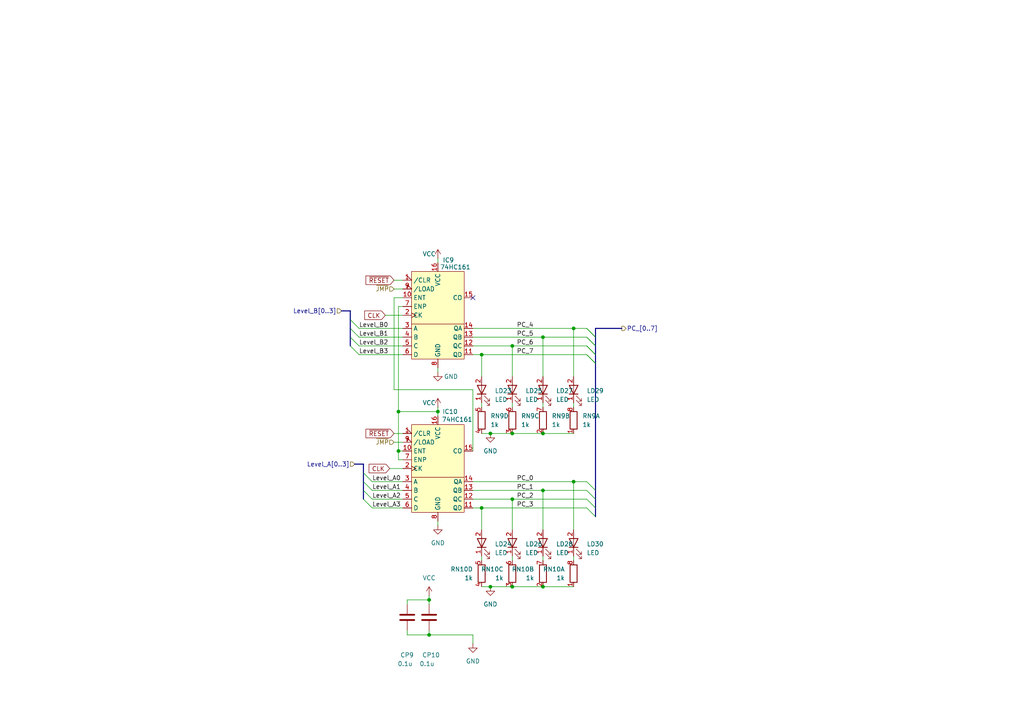
<source format=kicad_sch>
(kicad_sch (version 20250114) (generator "eeschema") (generator_version "9.0")
  (paper "A4")
  (title_block (title "HC4e_CPU") (date "2025-07-21") (rev "1.0"))
  (lib_symbols
    (symbol "74xx_2:74HC161"
      (property "Reference" "IC" (at -8.89 12.7 0))
      (property "Value" "74HC161" (at 8.89 -13.97 0))
      (symbol "74HC161_0_1"
        (rectangle (start -7.62 12.7) (end 7.62 -12.7) (fill (type background)))
        (polyline (pts (xy -7.62 -2.54) (xy 7.62 -2.54)))
      )
      (symbol "74HC161_1_1"
        (pin input input_low (at -10.16 10.16 0) (length 2.54) (name "/CLR") (number "1"))
        (pin input input_low (at -10.16 7.62 0) (length 2.54) (name "/LOAD") (number "9"))
        (pin input line (at -10.16 5.08 0) (length 2.54) (name "ENT") (number "10"))
        (pin input line (at -10.16 2.54 0) (length 2.54) (name "ENP") (number "7"))
        (pin input clock (at -10.16 0 0) (length 2.54) (name "CK") (number "2"))
        (pin input line (at -10.16 -3.81 0) (length 2.54) (name "A") (number "3"))
        (pin input line (at -10.16 -6.35 0) (length 2.54) (name "B") (number "4"))
        (pin input line (at -10.16 -8.89 0) (length 2.54) (name "C") (number "5"))
        (pin input line (at -10.16 -11.43 0) (length 2.54) (name "D") (number "6"))
        (pin power_in line (at 0 15.24 270) (length 2.54) (name "VCC") (number "16"))
        (pin power_in line (at 0 -15.24 90) (length 2.54) (name "GND") (number "8"))
        (pin output line (at 10.16 5.08 180) (length 2.54) (name "CO") (number "15"))
        (pin output line (at 10.16 -3.81 180) (length 2.54) (name "QA") (number "14"))
        (pin output line (at 10.16 -6.35 180) (length 2.54) (name "QB") (number "13"))
        (pin output line (at 10.16 -8.89 180) (length 2.54) (name "QC") (number "12"))
        (pin output line (at 10.16 -11.43 180) (length 2.54) (name "QD") (number "11"))
      )
    )
    (symbol "Device2:C_Bypass" (pin_numbers (hide yes)) (pin_names (offset 0.254))
      (property "Reference" "CP" (at 0.635 2.54 0))
      (property "Value" "C_Byp" (at 0.635 -2.54 0))
      (symbol "C_Bypass_0_1"
        (polyline (pts (xy -2.032 0.762) (xy 2.032 0.762)) (stroke (width 0.508)))
        (polyline (pts (xy -2.032 -0.762) (xy 2.032 -0.762)) (stroke (width 0.508)))
      )
      (symbol "C_Bypass_1_1"
        (pin passive line (at 0 3.81 270) (length 2.794) (name "~") (number "1"))
        (pin passive line (at 0 -3.81 90) (length 2.794) (name "~") (number "2"))
      )
    )
    (symbol "Device2:LED_"
      (property "Reference" "LD" (at 0 2.54 0))
      (symbol "LED__0_1"
        (polyline (pts (xy -3.048 -0.762) (xy -4.572 -2.286) (xy -3.81 -2.286) (xy -4.572 -2.286) (xy -4.572 -1.524)))
        (polyline (pts (xy -1.778 -0.762) (xy -3.302 -2.286) (xy -2.54 -2.286) (xy -3.302 -2.286) (xy -3.302 -1.524)))
        (polyline (pts (xy -1.27 0) (xy 1.27 0)))
        (polyline (pts (xy -1.27 -1.27) (xy -1.27 1.27)) (stroke (width 0.254)))
        (polyline (pts (xy 1.27 -1.27) (xy 1.27 1.27) (xy -1.27 0) (xy 1.27 -1.27)) (stroke (width 0.254)))
      )
      (symbol "LED__1_1"
        (pin passive line (at -3.81 0 0) (length 2.54) (name "K") (number "1"))
        (pin passive line (at 3.81 0 180) (length 2.54) (name "") (number "2"))
      )
    )
    (symbol "Device:R_Pack04_Split" (pin_names (offset 0) (hide yes))
      (property "Reference" "RN" (at 2.032 0 90))
      (property "Value" "R_Pack04_Split" (at 0 0 90))
      (symbol "R_Pack04_Split_0_1"
        (rectangle (start 1.016 2.54) (end -1.016 -2.54) (stroke (width 0.254)))
      )
      (symbol "R_Pack04_Split_1_1"
        (pin passive line (at 0 3.81 270) (length 1.27) (name "R1.2") (number "8"))
        (pin passive line (at 0 -3.81 90) (length 1.27) (name "R1.1") (number "1"))
      )
      (symbol "R_Pack04_Split_2_1"
        (pin passive line (at 0 3.81 270) (length 1.27) (name "R2.2") (number "7"))
        (pin passive line (at 0 -3.81 90) (length 1.27) (name "R2.1") (number "2"))
      )
      (symbol "R_Pack04_Split_3_1"
        (pin passive line (at 0 3.81 270) (length 1.27) (name "R3.2") (number "6"))
        (pin passive line (at 0 -3.81 90) (length 1.27) (name "R3.1") (number "3"))
      )
      (symbol "R_Pack04_Split_4_1"
        (pin passive line (at 0 3.81 270) (length 1.27) (name "R4.2") (number "5"))
        (pin passive line (at 0 -3.81 90) (length 1.27) (name "R4.1") (number "4"))
      )
    )
    (symbol "power:GND" (power) (pin_numbers (hide yes)) (pin_names (offset 0) (hide yes))
      (property "Value" "GND" (at 0 -3.81 0))
      (symbol "GND_0_1"
        (polyline (pts (xy 0 0) (xy 0 -1.27) (xy 1.27 -1.27) (xy 0 -2.54) (xy -1.27 -1.27) (xy 0 -1.27)))
      )
      (symbol "GND_1_1"
        (pin power_in line (at 0 0 270) (length 0) (name "~") (number "1"))
      )
    )
    (symbol "power:VCC" (power) (pin_numbers (hide yes)) (pin_names (offset 0) (hide yes))
      (property "Value" "VCC" (at 0 3.556 0))
      (symbol "VCC_0_1"
        (polyline (pts (xy -0.762 1.27) (xy 0 2.54)))
        (polyline (pts (xy 0 2.54) (xy 0.762 1.27)))
        (polyline (pts (xy 0 0) (xy 0 2.54)))
      )
      (symbol "VCC_1_1"
        (pin power_in line (at 0 0 90) (length 0) (name "~") (number "1"))
      )
    )
  )
  (junction (at 148.59 100.33))
  (junction (at 166.37 139.7))
  (junction (at 157.48 170.18))
  (junction (at 139.7 147.32))
  (junction (at 139.7 102.87))
  (junction (at 148.59 125.73))
  (junction (at 157.48 142.24))
  (junction (at 115.57 130.81))
  (junction (at 157.48 125.73))
  (junction (at 127 119.38))
  (junction (at 124.46 184.15))
  (junction (at 148.59 170.18))
  (junction (at 142.24 125.73))
  (junction (at 157.48 97.79))
  (junction (at 115.57 119.38))
  (junction (at 166.37 95.25))
  (junction (at 124.46 173.99))
  (junction (at 148.59 144.78))
  (junction (at 142.24 170.18))
  (no_connect (at 137.16 86.36))
  (bus_entry (at 170.18 142.24) (size 2.54 2.54))
  (bus_entry (at 170.18 95.25) (size 2.54 2.54))
  (bus_entry (at 107.95 142.24) (size -2.54 -2.54))
  (bus_entry (at 170.18 139.7) (size 2.54 2.54))
  (bus_entry (at 170.18 97.79) (size 2.54 2.54))
  (bus_entry (at 170.18 102.87) (size 2.54 2.54))
  (bus_entry (at 104.14 100.33) (size -2.54 -2.54))
  (bus_entry (at 170.18 97.79) (size 2.54 2.54))
  (bus_entry (at 104.14 102.87) (size -2.54 -2.54))
  (bus_entry (at 107.95 147.32) (size -2.54 -2.54))
  (bus_entry (at 107.95 139.7) (size -2.54 -2.54))
  (bus_entry (at 170.18 95.25) (size 2.54 2.54))
  (bus_entry (at 170.18 102.87) (size 2.54 2.54))
  (bus_entry (at 104.14 97.79) (size -2.54 -2.54))
  (bus_entry (at 170.18 147.32) (size 2.54 2.54))
  (bus_entry (at 170.18 100.33) (size 2.54 2.54))
  (bus_entry (at 170.18 144.78) (size 2.54 2.54))
  (bus_entry (at 170.18 100.33) (size 2.54 2.54))
  (bus_entry (at 107.95 144.78) (size -2.54 -2.54))
  (bus_entry (at 104.14 95.25) (size -2.54 -2.54))
  (wire (pts (xy 148.59 125.73) (xy 157.48 125.73)))
  (wire (pts (xy 118.11 175.26) (xy 118.11 173.99)))
  (bus (pts (xy 101.6 100.33) (xy 101.6 97.79)))
  (wire (pts (xy 139.7 102.87) (xy 170.18 102.87)))
  (bus (pts (xy 172.72 95.25) (xy 180.34 95.25)))
  (wire (pts (xy 127 119.38) (xy 127 120.65)))
  (wire (pts (xy 148.59 144.78) (xy 148.59 153.67)))
  (wire (pts (xy 137.16 186.69) (xy 137.16 184.15)))
  (bus (pts (xy 105.41 134.62) (xy 102.87 134.62)))
  (wire (pts (xy 137.16 139.7) (xy 166.37 139.7)))
  (wire (pts (xy 127 107.95) (xy 127 106.68)))
  (bus (pts (xy 172.72 100.33) (xy 172.72 102.87)))
  (wire (pts (xy 115.57 130.81) (xy 115.57 119.38)))
  (bus (pts (xy 105.41 137.16) (xy 105.41 134.62)))
  (wire (pts (xy 137.16 113.03) (xy 114.3 113.03)))
  (wire (pts (xy 139.7 102.87) (xy 139.7 109.22)))
  (wire (pts (xy 166.37 162.56) (xy 166.37 161.29)))
  (wire (pts (xy 127 152.4) (xy 127 151.13)))
  (wire (pts (xy 139.7 116.84) (xy 139.7 118.11)))
  (wire (pts (xy 166.37 118.11) (xy 166.37 116.84)))
  (wire (pts (xy 137.16 95.25) (xy 166.37 95.25)))
  (wire (pts (xy 107.95 147.32) (xy 116.84 147.32)))
  (wire (pts (xy 148.59 170.18) (xy 157.48 170.18)))
  (wire (pts (xy 127 118.11) (xy 127 119.38)))
  (wire (pts (xy 157.48 97.79) (xy 157.48 109.22)))
  (wire (pts (xy 139.7 125.73) (xy 142.24 125.73)))
  (wire (pts (xy 114.3 81.28) (xy 116.84 81.28)))
  (wire (pts (xy 157.48 125.73) (xy 166.37 125.73)))
  (wire (pts (xy 139.7 102.87) (xy 137.16 102.87)))
  (bus (pts (xy 172.72 105.41) (xy 172.72 142.24)))
  (wire (pts (xy 115.57 88.9) (xy 116.84 88.9)))
  (wire (pts (xy 107.95 142.24) (xy 116.84 142.24)))
  (bus (pts (xy 172.72 142.24) (xy 172.72 144.78)))
  (wire (pts (xy 115.57 119.38) (xy 127 119.38)))
  (wire (pts (xy 124.46 182.88) (xy 124.46 184.15)))
  (wire (pts (xy 142.24 125.73) (xy 148.59 125.73)))
  (wire (pts (xy 115.57 133.35) (xy 116.84 133.35)))
  (wire (pts (xy 118.11 173.99) (xy 124.46 173.99)))
  (bus (pts (xy 172.72 144.78) (xy 172.72 147.32)))
  (wire (pts (xy 118.11 184.15) (xy 124.46 184.15)))
  (wire (pts (xy 166.37 95.25) (xy 166.37 109.22)))
  (bus (pts (xy 105.41 142.24) (xy 105.41 139.7)))
  (wire (pts (xy 104.14 102.87) (xy 116.84 102.87)))
  (bus (pts (xy 172.72 147.32) (xy 172.72 149.86)))
  (wire (pts (xy 114.3 125.73) (xy 116.84 125.73)))
  (bus (pts (xy 101.6 95.25) (xy 101.6 92.71)))
  (wire (pts (xy 114.3 83.82) (xy 116.84 83.82)))
  (wire (pts (xy 157.48 170.18) (xy 166.37 170.18)))
  (wire (pts (xy 139.7 147.32) (xy 139.7 153.67)))
  (wire (pts (xy 166.37 139.7) (xy 166.37 153.67)))
  (wire (pts (xy 107.95 139.7) (xy 116.84 139.7)))
  (wire (pts (xy 170.18 95.25) (xy 166.37 95.25)))
  (wire (pts (xy 104.14 95.25) (xy 116.84 95.25)))
  (wire (pts (xy 114.3 128.27) (xy 116.84 128.27)))
  (bus (pts (xy 105.41 144.78) (xy 105.41 142.24)))
  (wire (pts (xy 137.16 144.78) (xy 148.59 144.78)))
  (wire (pts (xy 114.3 86.36) (xy 114.3 113.03)))
  (wire (pts (xy 166.37 139.7) (xy 170.18 139.7)))
  (wire (pts (xy 157.48 162.56) (xy 157.48 161.29)))
  (wire (pts (xy 148.59 144.78) (xy 170.18 144.78)))
  (wire (pts (xy 148.59 118.11) (xy 148.59 116.84)))
  (wire (pts (xy 139.7 162.56) (xy 139.7 161.29)))
  (wire (pts (xy 115.57 119.38) (xy 115.57 88.9)))
  (wire (pts (xy 124.46 184.15) (xy 137.16 184.15)))
  (wire (pts (xy 127 74.93) (xy 127 76.2)))
  (wire (pts (xy 170.18 97.79) (xy 157.48 97.79)))
  (bus (pts (xy 101.6 90.17) (xy 101.6 92.71)))
  (wire (pts (xy 116.84 86.36) (xy 114.3 86.36)))
  (bus (pts (xy 101.6 97.79) (xy 101.6 95.25)))
  (wire (pts (xy 104.14 97.79) (xy 116.84 97.79)))
  (wire (pts (xy 139.7 170.18) (xy 142.24 170.18)))
  (wire (pts (xy 137.16 147.32) (xy 139.7 147.32)))
  (bus (pts (xy 105.41 139.7) (xy 105.41 137.16)))
  (wire (pts (xy 113.03 135.89) (xy 116.84 135.89)))
  (wire (pts (xy 107.95 144.78) (xy 116.84 144.78)))
  (wire (pts (xy 142.24 170.18) (xy 148.59 170.18)))
  (wire (pts (xy 124.46 172.72) (xy 124.46 173.99)))
  (bus (pts (xy 172.72 102.87) (xy 172.72 105.41)))
  (bus (pts (xy 99.06 90.17) (xy 101.6 90.17)))
  (wire (pts (xy 157.48 118.11) (xy 157.48 116.84)))
  (wire (pts (xy 137.16 97.79) (xy 157.48 97.79)))
  (wire (pts (xy 139.7 147.32) (xy 170.18 147.32)))
  (wire (pts (xy 137.16 113.03) (xy 137.16 130.81)))
  (wire (pts (xy 111.76 91.44) (xy 116.84 91.44)))
  (wire (pts (xy 137.16 142.24) (xy 157.48 142.24)))
  (wire (pts (xy 118.11 182.88) (xy 118.11 184.15)))
  (bus (pts (xy 172.72 95.25) (xy 172.72 97.79)))
  (wire (pts (xy 116.84 130.81) (xy 115.57 130.81)))
  (wire (pts (xy 157.48 142.24) (xy 170.18 142.24)))
  (wire (pts (xy 148.59 162.56) (xy 148.59 161.29)))
  (wire (pts (xy 148.59 100.33) (xy 148.59 109.22)))
  (wire (pts (xy 157.48 142.24) (xy 157.48 153.67)))
  (wire (pts (xy 148.59 100.33) (xy 170.18 100.33)))
  (wire (pts (xy 124.46 173.99) (xy 124.46 175.26)))
  (wire (pts (xy 104.14 100.33) (xy 116.84 100.33)))
  (wire (pts (xy 148.59 100.33) (xy 137.16 100.33)))
  (bus (pts (xy 172.72 97.79) (xy 172.72 100.33)))
  (wire (pts (xy 115.57 130.81) (xy 115.57 133.35)))
  (label "Level_B2" (at 104.14 100.33 0))
  (label "Level_A0" (at 107.95 139.7 0))
  (label "PC_3" (at 149.86 147.32 0))
  (label "Level_B0" (at 104.14 95.25 0))
  (label "PC_0" (at 149.86 139.7 0))
  (label "Level_A2" (at 107.95 144.78 0))
  (label "PC_6" (at 149.86 100.33 0))
  (label "PC_5" (at 149.86 97.79 0))
  (label "Level_A1" (at 107.95 142.24 0))
  (label "PC_1" (at 149.86 142.24 0))
  (label "Level_B3" (at 104.14 102.87 0))
  (label "PC_4" (at 149.86 95.25 0))
  (label "PC_7" (at 149.86 102.87 0))
  (label "Level_B1" (at 104.14 97.79 0))
  (label "Level_A3" (at 107.95 147.32 0))
  (label "PC_2" (at 149.86 144.78 0))
  (global_label "CLK" (shape input) (at 111.76 91.44 180) (property "Intersheetrefs" "${INTERSHEET_REFS}" (effects (hide yes))))
  (global_label "~{RESET}" (shape input) (at 114.3 125.73 180) (property "Intersheetrefs" "${INTERSHEET_REFS}" (effects (hide yes))))
  (global_label "~{RESET}" (shape input) (at 114.3 81.28 180) (property "Intersheetrefs" "${INTERSHEET_REFS}" (effects (hide yes))))
  (global_label "CLK" (shape input) (at 113.03 135.89 180) (property "Intersheetrefs" "${INTERSHEET_REFS}" (effects (hide yes))))
  (hierarchical_label "~{JMP}" (shape input) (at 114.3 83.82 180))
  (hierarchical_label "Level_A[0..3]" (shape input) (at 102.87 134.62 180))
  (hierarchical_label "PC_[0..7]" (shape output) (at 180.34 95.25 0))
  (hierarchical_label "Level_B[0..3]" (shape input) (at 99.06 90.17 180))
  (hierarchical_label "~{JMP}" (shape input) (at 114.3 128.27 180))
  (symbol (lib_id "Device:R_Pack04_Split") (at 157.48 166.37 0) (mirror y) (unit 2)
    (property "Reference" "RN10" (at 154.94 165.0999 0) (effects (justify left)))
    (property "Value" "1k" (at 154.94 167.6399 0) (effects (justify left)))
    (property "Footprint" "Resistor_SMD:R_Array_Convex_4x0603" (effects (hide yes)))
    (property "Description" "4 resistor network, parallel topology, split" (effects (hide yes)))
  )
  (symbol (lib_id "power:GND") (at 127 107.95 0) (unit 1)
    (property "Reference" "#PWR038" (effects (hide yes)))
    (property "Value" "GND" (at 130.81 109.22 0))
    (property "Description" "Power symbol creates a global label with name \"GND\" , ground" (effects (hide yes)))
  )
  (symbol (lib_id "Device:R_Pack04_Split") (at 139.7 166.37 0) (mirror y) (unit 4)
    (property "Reference" "RN10" (at 137.16 165.0999 0) (effects (justify left)))
    (property "Value" "1k" (at 137.16 167.6399 0) (effects (justify left)))
    (property "Footprint" "Resistor_SMD:R_Array_Convex_4x0603" (effects (hide yes)))
    (property "Description" "4 resistor network, parallel topology, split" (effects (hide yes)))
  )
  (symbol (lib_id "Device2:LED_") (at 166.37 113.03 90) (unit 1)
    (property "Reference" "LD29" (at 170.18 113.3474 90) (effects (justify right)))
    (property "Value" "LED" (at 170.18 115.8874 90) (effects (justify right)))
    (property "Footprint" "LED_THT:LED_Rectangular_W5.0mm_H2.0mm" (effects (hide yes)))
    (property "Description" "Light emitting diode" (effects (hide yes)))
  )
  (symbol (lib_id "power:GND") (at 142.24 170.18 0) (unit 1)
    (property "Reference" "#PWR043" (effects (hide yes)))
    (property "Value" "GND" (at 142.24 175.26 0))
    (property "Description" "Power symbol creates a global label with name \"GND\" , ground" (effects (hide yes)))
  )
  (symbol (lib_id "Device2:LED_") (at 148.59 113.03 90) (unit 1)
    (property "Reference" "LD25" (at 152.4 113.3474 90) (effects (justify right)))
    (property "Value" "LED" (at 152.4 115.8874 90) (effects (justify right)))
    (property "Footprint" "LED_THT:LED_Rectangular_W5.0mm_H2.0mm" (effects (hide yes)))
    (property "Description" "Light emitting diode" (effects (hide yes)))
  )
  (symbol (lib_id "Device2:C_Bypass") (at 124.46 179.07 0) (unit 1)
    (property "Reference" "CP10" (at 122.428 189.992 0) (effects (justify left)))
    (property "Value" "0.1u" (at 121.666 192.532 0) (effects (justify left)))
    (property "Footprint" "Capacitor_SMD:C_0603_1608Metric" (effects (hide yes)))
    (property "Description" "Bypass Capacitor" (effects (hide yes)))
  )
  (symbol (lib_id "power:VCC") (at 127 74.93 0) (unit 1)
    (property "Reference" "#PWR037" (effects (hide yes)))
    (property "Value" "VCC" (at 124.46 73.66 0))
    (property "Description" "Power symbol creates a global label with name \"VCC\"" (effects (hide yes)))
  )
  (symbol (lib_id "Device2:LED_") (at 157.48 113.03 90) (unit 1)
    (property "Reference" "LD27" (at 161.29 113.3474 90) (effects (justify right)))
    (property "Value" "LED" (at 161.29 115.8874 90) (effects (justify right)))
    (property "Footprint" "LED_THT:LED_Rectangular_W5.0mm_H2.0mm" (effects (hide yes)))
    (property "Description" "Light emitting diode" (effects (hide yes)))
  )
  (symbol (lib_id "Device:R_Pack04_Split") (at 157.48 121.92 0) (unit 2)
    (property "Reference" "RN9" (at 160.02 120.6499 0) (effects (justify left)))
    (property "Value" "1k" (at 160.02 123.1899 0) (effects (justify left)))
    (property "Footprint" "Resistor_SMD:R_Array_Convex_4x0603" (effects (hide yes)))
    (property "Description" "4 resistor network, parallel topology, split" (effects (hide yes)))
  )
  (symbol (lib_id "Device:R_Pack04_Split") (at 139.7 121.92 0) (unit 4)
    (property "Reference" "RN9" (at 142.24 120.6499 0) (effects (justify left)))
    (property "Value" "1k" (at 142.24 123.1899 0) (effects (justify left)))
    (property "Footprint" "Resistor_SMD:R_Array_Convex_4x0603" (effects (hide yes)))
    (property "Description" "4 resistor network, parallel topology, split" (effects (hide yes)))
  )
  (symbol (lib_id "74xx_2:74HC161") (at 127 91.44 0) (unit 1)
    (property "Reference" "IC9" (at 130.048 75.438 0))
    (property "Value" "74HC161" (at 132.08 77.47 0))
    (property "Footprint" "Package_SO:SO-16_5.3x10.2mm_P1.27mm" (effects (hide yes)))
    (property "Datasheet" "https://toshiba.semicon-storage.com/info/TC74HC161AF_datasheet_ja_20140301.pdf?did=10806&prodName=TC74HC161AF" (effects (hide yes)))
    (property "Description" "CMOS 4bit presettable synchronous counter with asynchronous reset" (effects (hide yes)))
    (property "Sim.Library" "74hc.lib" (effects (hide yes)))
    (property "Sim.Name" "74HC161" (effects (hide yes)))
    (property "Sim.Device" "SUBCKT" (effects (hide yes)))
    (property "Sim.Pins" "1=MR 2=CP 3=D0 4=D1 5=D2 6=D3 7=CEP 8=VGND 9=PE 10=CET 11=Q3 12=Q2 13=Q1 14=Q0 15=TC 16=VCC" (effects (hide yes)))
  )
  (symbol (lib_id "power:VCC") (at 127 118.11 0) (unit 1)
    (property "Reference" "#PWR039" (effects (hide yes)))
    (property "Value" "VCC" (at 124.46 116.84 0))
    (property "Description" "Power symbol creates a global label with name \"VCC\"" (effects (hide yes)))
  )
  (symbol (lib_id "Device2:LED_") (at 139.7 113.03 90) (unit 1)
    (property "Reference" "LD23" (at 143.51 113.3474 90) (effects (justify right)))
    (property "Value" "LED" (at 143.51 115.8874 90) (effects (justify right)))
    (property "Footprint" "LED_THT:LED_Rectangular_W5.0mm_H2.0mm" (effects (hide yes)))
    (property "Description" "Light emitting diode" (effects (hide yes)))
  )
  (symbol (lib_id "74xx_2:74HC161") (at 127 135.89 0) (unit 1)
    (property "Reference" "IC10" (at 130.556 119.38 0))
    (property "Value" "74HC161" (at 132.588 121.666 0))
    (property "Footprint" "Package_SO:SO-16_5.3x10.2mm_P1.27mm" (effects (hide yes)))
    (property "Datasheet" "https://toshiba.semicon-storage.com/info/TC74HC161AF_datasheet_ja_20140301.pdf?did=10806&prodName=TC74HC161AF" (effects (hide yes)))
    (property "Description" "CMOS 4bit presettable synchronous counter with asynchronous reset" (effects (hide yes)))
    (property "Sim.Library" "74hc.lib" (effects (hide yes)))
    (property "Sim.Name" "74HC161" (effects (hide yes)))
    (property "Sim.Device" "SUBCKT" (effects (hide yes)))
    (property "Sim.Pins" "1=MR 2=CP 3=D0 4=D1 5=D2 6=D3 7=CEP 8=VGND 9=PE 10=CET 11=Q3 12=Q2 13=Q1 14=Q0 15=TC 16=VCC" (effects (hide yes)))
  )
  (symbol (lib_id "Device:R_Pack04_Split") (at 166.37 166.37 0) (mirror y) (unit 1)
    (property "Reference" "RN10" (at 163.83 165.0999 0) (effects (justify left)))
    (property "Value" "1k" (at 163.83 167.6399 0) (effects (justify left)))
    (property "Footprint" "Resistor_SMD:R_Array_Convex_4x0603" (effects (hide yes)))
    (property "Description" "4 resistor network, parallel topology, split" (effects (hide yes)))
  )
  (symbol (lib_id "power:GND") (at 142.24 125.73 0) (unit 1)
    (property "Reference" "#PWR042" (effects (hide yes)))
    (property "Value" "GND" (at 142.24 130.81 0))
    (property "Description" "Power symbol creates a global label with name \"GND\" , ground" (effects (hide yes)))
  )
  (symbol (lib_id "Device:R_Pack04_Split") (at 148.59 121.92 0) (unit 3)
    (property "Reference" "RN9" (at 151.13 120.6499 0) (effects (justify left)))
    (property "Value" "1k" (at 151.13 123.1899 0) (effects (justify left)))
    (property "Footprint" "Resistor_SMD:R_Array_Convex_4x0603" (effects (hide yes)))
    (property "Description" "4 resistor network, parallel topology, split" (effects (hide yes)))
  )
  (symbol (lib_id "Device:R_Pack04_Split") (at 166.37 121.92 0) (unit 1)
    (property "Reference" "RN9" (at 168.91 120.6499 0) (effects (justify left)))
    (property "Value" "1k" (at 168.91 123.1899 0) (effects (justify left)))
    (property "Footprint" "Resistor_SMD:R_Array_Convex_4x0603" (effects (hide yes)))
    (property "Description" "4 resistor network, parallel topology, split" (effects (hide yes)))
  )
  (symbol (lib_id "power:GND") (at 127 152.4 0) (unit 1)
    (property "Reference" "#PWR040" (effects (hide yes)))
    (property "Value" "GND" (at 127 157.48 0))
    (property "Description" "Power symbol creates a global label with name \"GND\" , ground" (effects (hide yes)))
  )
  (symbol (lib_id "power:VCC") (at 124.46 172.72 0) (unit 1)
    (property "Reference" "#PWR036" (effects (hide yes)))
    (property "Value" "VCC" (at 124.46 167.64 0))
    (property "Description" "Power symbol creates a global label with name \"VCC\"" (effects (hide yes)))
  )
  (symbol (lib_id "Device2:LED_") (at 157.48 157.48 90) (unit 1)
    (property "Reference" "LD28" (at 161.29 157.7974 90) (effects (justify right)))
    (property "Value" "LED" (at 161.29 160.3374 90) (effects (justify right)))
    (property "Footprint" "LED_THT:LED_Rectangular_W5.0mm_H2.0mm" (effects (hide yes)))
    (property "Description" "Light emitting diode" (effects (hide yes)))
  )
  (symbol (lib_id "Device2:LED_") (at 139.7 157.48 90) (unit 1)
    (property "Reference" "LD24" (at 143.51 157.7974 90) (effects (justify right)))
    (property "Value" "LED" (at 143.51 160.3374 90) (effects (justify right)))
    (property "Footprint" "LED_THT:LED_Rectangular_W5.0mm_H2.0mm" (effects (hide yes)))
    (property "Description" "Light emitting diode" (effects (hide yes)))
  )
  (symbol (lib_id "Device2:LED_") (at 166.37 157.48 90) (unit 1)
    (property "Reference" "LD30" (at 170.18 157.7974 90) (effects (justify right)))
    (property "Value" "LED" (at 170.18 160.3374 90) (effects (justify right)))
    (property "Footprint" "LED_THT:LED_Rectangular_W5.0mm_H2.0mm" (effects (hide yes)))
    (property "Description" "Light emitting diode" (effects (hide yes)))
  )
  (symbol (lib_id "Device2:C_Bypass") (at 118.11 179.07 0) (unit 1)
    (property "Reference" "CP9" (at 116.078 189.992 0) (effects (justify left)))
    (property "Value" "0.1u" (at 115.316 192.532 0) (effects (justify left)))
    (property "Footprint" "Capacitor_SMD:C_0603_1608Metric" (effects (hide yes)))
    (property "Description" "Bypass Capacitor" (effects (hide yes)))
  )
  (symbol (lib_id "power:GND") (at 137.16 186.69 0) (unit 1)
    (property "Reference" "#PWR041" (effects (hide yes)))
    (property "Value" "GND" (at 137.16 191.77 0))
    (property "Description" "Power symbol creates a global label with name \"GND\" , ground" (effects (hide yes)))
  )
  (symbol (lib_id "Device:R_Pack04_Split") (at 148.59 166.37 0) (mirror y) (unit 3)
    (property "Reference" "RN10" (at 146.05 165.0999 0) (effects (justify left)))
    (property "Value" "1k" (at 146.05 167.6399 0) (effects (justify left)))
    (property "Footprint" "Resistor_SMD:R_Array_Convex_4x0603" (effects (hide yes)))
    (property "Description" "4 resistor network, parallel topology, split" (effects (hide yes)))
  )
  (symbol (lib_id "Device2:LED_") (at 148.59 157.48 90) (unit 1)
    (property "Reference" "LD26" (at 152.4 157.7974 90) (effects (justify right)))
    (property "Value" "LED" (at 152.4 160.3374 90) (effects (justify right)))
    (property "Footprint" "LED_THT:LED_Rectangular_W5.0mm_H2.0mm" (effects (hide yes)))
    (property "Description" "Light emitting diode" (effects (hide yes)))
  )
)
</source>
